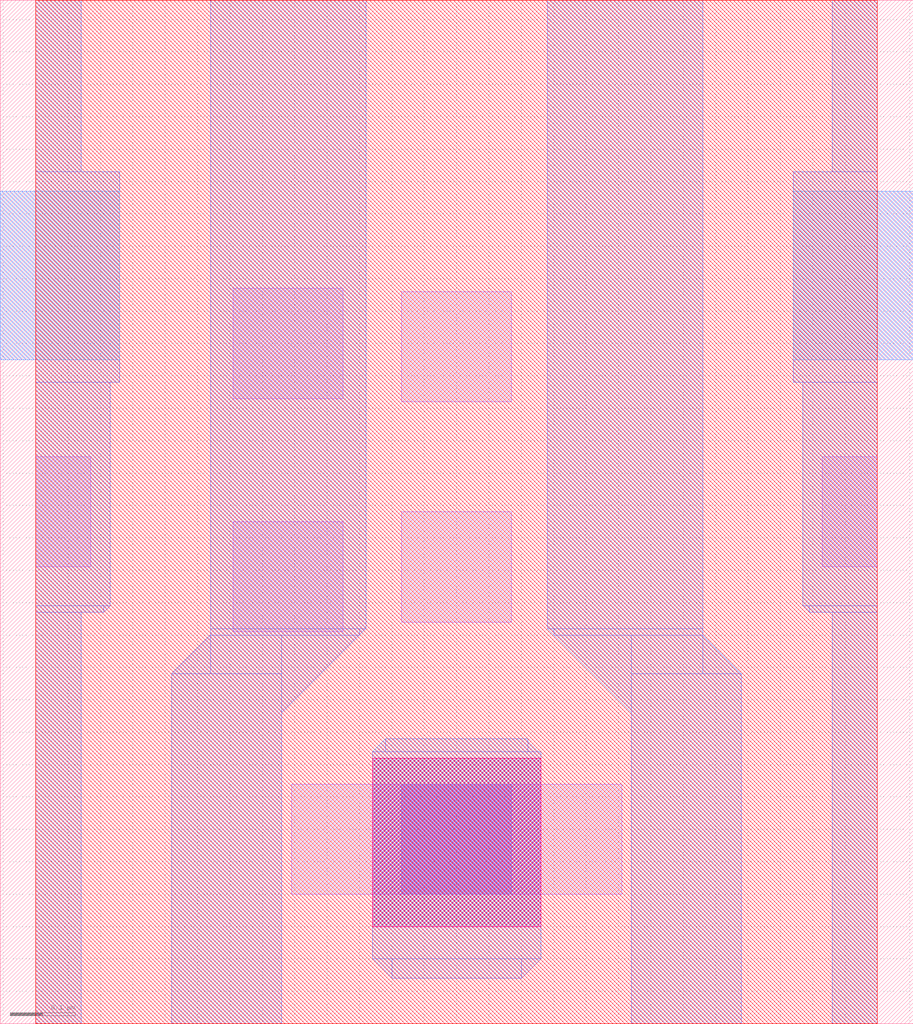
<source format=lef>
# Copyright 2020 The SkyWater PDK Authors
#
# Licensed under the Apache License, Version 2.0 (the "License");
# you may not use this file except in compliance with the License.
# You may obtain a copy of the License at
#
#     https://www.apache.org/licenses/LICENSE-2.0
#
# Unless required by applicable law or agreed to in writing, software
# distributed under the License is distributed on an "AS IS" BASIS,
# WITHOUT WARRANTIES OR CONDITIONS OF ANY KIND, either express or implied.
# See the License for the specific language governing permissions and
# limitations under the License.
#
# SPDX-License-Identifier: Apache-2.0

VERSION 5.7 ;
  NOWIREEXTENSIONATPIN ON ;
  DIVIDERCHAR "/" ;
  BUSBITCHARS "[]" ;
MACRO sky130_fd_bd_sram__sram_sp_wlstrap_ce
  CLASS BLOCK ;
  FOREIGN sky130_fd_bd_sram__sram_sp_wlstrap_ce ;
  ORIGIN  0.055000  0.000000 ;
  SIZE  1.410000 BY  1.580000 ;
  OBS
    LAYER li1 ;
      RECT 0.000000 0.705000 0.085000 0.875000 ;
      RECT 0.305000 0.605000 0.475000 0.775000 ;
      RECT 0.305000 0.965000 0.475000 1.135000 ;
      RECT 0.395000 0.200000 0.905000 0.370000 ;
      RECT 0.565000 0.620000 0.735000 0.790000 ;
      RECT 0.565000 0.960000 0.735000 1.130000 ;
      RECT 1.215000 0.705000 1.300000 0.875000 ;
    LAYER mcon ;
      RECT 0.565000 0.200000 0.735000 0.370000 ;
    LAYER met1 ;
      POLYGON  0.105000 0.645000 0.115000 0.645000 0.105000 0.635000 ;
      POLYGON  0.270000 0.600000 0.270000 0.540000 0.210000 0.540000 ;
      POLYGON  0.380000 0.600000 0.500000 0.600000 0.380000 0.480000 ;
      POLYGON  0.500000 0.610000 0.510000 0.610000 0.500000 0.600000 ;
      POLYGON  0.520000 0.100000 0.550000 0.100000 0.550000 0.070000 ;
      POLYGON  0.540000 0.440000 0.540000 0.420000 0.520000 0.420000 ;
      POLYGON  0.750000 0.100000 0.780000 0.100000 0.750000 0.070000 ;
      POLYGON  0.760000 0.440000 0.780000 0.420000 0.760000 0.420000 ;
      POLYGON  0.790000 0.610000 0.800000 0.610000 0.800000 0.600000 ;
      POLYGON  0.800000 0.600000 0.920000 0.600000 0.920000 0.480000 ;
      POLYGON  1.030000 0.600000 1.090000 0.540000 1.030000 0.540000 ;
      POLYGON  1.185000 0.645000 1.195000 0.645000 1.195000 0.635000 ;
      RECT -0.055000 1.025000 0.130000 1.285000 ;
      RECT  0.000000 0.000000 0.070000 0.635000 ;
      RECT  0.000000 0.635000 0.105000 0.645000 ;
      RECT  0.000000 0.645000 0.115000 0.990000 ;
      RECT  0.000000 0.990000 0.130000 1.025000 ;
      RECT  0.000000 1.285000 0.130000 1.315000 ;
      RECT  0.000000 1.315000 0.070000 1.580000 ;
      RECT  0.210000 0.000000 0.380000 0.540000 ;
      RECT  0.270000 0.540000 0.380000 0.600000 ;
      RECT  0.270000 0.600000 0.500000 0.610000 ;
      RECT  0.270000 0.610000 0.510000 1.580000 ;
      RECT  0.520000 0.100000 0.780000 0.420000 ;
      RECT  0.540000 0.420000 0.760000 0.440000 ;
      RECT  0.550000 0.070000 0.750000 0.100000 ;
      RECT  0.790000 0.610000 1.030000 1.580000 ;
      RECT  0.800000 0.600000 1.030000 0.610000 ;
      RECT  0.920000 0.000000 1.090000 0.540000 ;
      RECT  0.920000 0.540000 1.030000 0.600000 ;
      RECT  1.170000 0.990000 1.300000 1.025000 ;
      RECT  1.170000 1.025000 1.355000 1.285000 ;
      RECT  1.170000 1.285000 1.300000 1.315000 ;
      RECT  1.185000 0.645000 1.300000 0.990000 ;
      RECT  1.195000 0.635000 1.300000 0.645000 ;
      RECT  1.230000 0.000000 1.300000 0.635000 ;
      RECT  1.230000 1.315000 1.300000 1.580000 ;
    LAYER met2 ;
      RECT -0.055000 1.025000 0.130000 1.285000 ;
      RECT  0.520000 0.150000 0.780000 0.410000 ;
      RECT  1.170000 1.025000 1.355000 1.285000 ;
    LAYER nwell ;
      RECT 0.000000 0.000000 1.300000 1.580000 ;
    LAYER via ;
      RECT 0.520000 0.150000 0.780000 0.410000 ;
  END
END sky130_fd_bd_sram__sram_sp_wlstrap_ce
END LIBRARY

</source>
